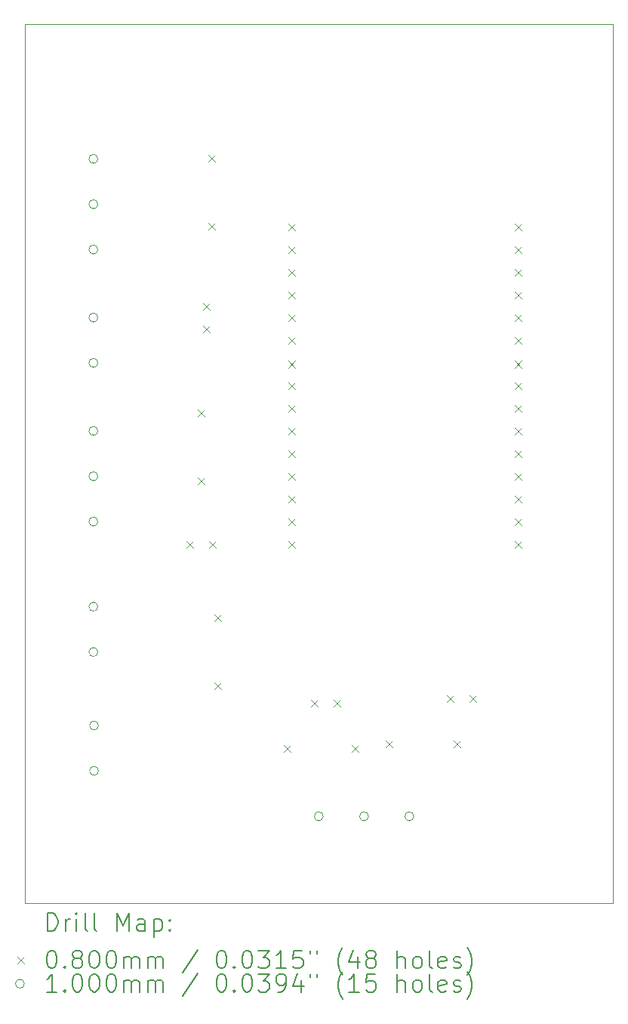
<source format=gbr>
%TF.GenerationSoftware,KiCad,Pcbnew,9.0.2*%
%TF.CreationDate,2025-07-10T18:49:31+01:00*%
%TF.ProjectId,Temperature-Controller,54656d70-6572-4617-9475-72652d436f6e,rev?*%
%TF.SameCoordinates,Original*%
%TF.FileFunction,Drillmap*%
%TF.FilePolarity,Positive*%
%FSLAX45Y45*%
G04 Gerber Fmt 4.5, Leading zero omitted, Abs format (unit mm)*
G04 Created by KiCad (PCBNEW 9.0.2) date 2025-07-10 18:49:31*
%MOMM*%
%LPD*%
G01*
G04 APERTURE LIST*
%ADD10C,0.050000*%
%ADD11C,0.200000*%
%ADD12C,0.100000*%
G04 APERTURE END LIST*
D10*
X16055000Y-13415000D02*
X16055000Y-3575000D01*
X16055000Y-3575000D02*
X16095000Y-3575000D01*
X22655000Y-3575000D02*
X22655000Y-13415000D01*
X22655000Y-13415000D02*
X16055000Y-13415000D01*
X16095000Y-3575000D02*
X22655000Y-3575000D01*
D11*
D12*
X17871000Y-9358000D02*
X17951000Y-9438000D01*
X17951000Y-9358000D02*
X17871000Y-9438000D01*
X17994000Y-7884800D02*
X18074000Y-7964800D01*
X18074000Y-7884800D02*
X17994000Y-7964800D01*
X17994000Y-8646800D02*
X18074000Y-8726800D01*
X18074000Y-8646800D02*
X17994000Y-8726800D01*
X18057500Y-6695000D02*
X18137500Y-6775000D01*
X18137500Y-6695000D02*
X18057500Y-6775000D01*
X18057500Y-6945000D02*
X18137500Y-7025000D01*
X18137500Y-6945000D02*
X18057500Y-7025000D01*
X18115000Y-5033000D02*
X18195000Y-5113000D01*
X18195000Y-5033000D02*
X18115000Y-5113000D01*
X18115000Y-5795000D02*
X18195000Y-5875000D01*
X18195000Y-5795000D02*
X18115000Y-5875000D01*
X18121000Y-9358000D02*
X18201000Y-9438000D01*
X18201000Y-9358000D02*
X18121000Y-9438000D01*
X18184500Y-10183500D02*
X18264500Y-10263500D01*
X18264500Y-10183500D02*
X18184500Y-10263500D01*
X18184500Y-10945500D02*
X18264500Y-11025500D01*
X18264500Y-10945500D02*
X18184500Y-11025500D01*
X18959200Y-11644000D02*
X19039200Y-11724000D01*
X19039200Y-11644000D02*
X18959200Y-11724000D01*
X19010000Y-5802000D02*
X19090000Y-5882000D01*
X19090000Y-5802000D02*
X19010000Y-5882000D01*
X19010000Y-6056000D02*
X19090000Y-6136000D01*
X19090000Y-6056000D02*
X19010000Y-6136000D01*
X19010000Y-6310000D02*
X19090000Y-6390000D01*
X19090000Y-6310000D02*
X19010000Y-6390000D01*
X19010000Y-6564000D02*
X19090000Y-6644000D01*
X19090000Y-6564000D02*
X19010000Y-6644000D01*
X19010000Y-6818000D02*
X19090000Y-6898000D01*
X19090000Y-6818000D02*
X19010000Y-6898000D01*
X19010000Y-7072000D02*
X19090000Y-7152000D01*
X19090000Y-7072000D02*
X19010000Y-7152000D01*
X19010000Y-7342000D02*
X19090000Y-7422000D01*
X19090000Y-7342000D02*
X19010000Y-7422000D01*
X19010000Y-7580000D02*
X19090000Y-7660000D01*
X19090000Y-7580000D02*
X19010000Y-7660000D01*
X19010000Y-7834000D02*
X19090000Y-7914000D01*
X19090000Y-7834000D02*
X19010000Y-7914000D01*
X19010000Y-8088000D02*
X19090000Y-8168000D01*
X19090000Y-8088000D02*
X19010000Y-8168000D01*
X19010000Y-8342000D02*
X19090000Y-8422000D01*
X19090000Y-8342000D02*
X19010000Y-8422000D01*
X19010000Y-8596000D02*
X19090000Y-8676000D01*
X19090000Y-8596000D02*
X19010000Y-8676000D01*
X19010000Y-8850000D02*
X19090000Y-8930000D01*
X19090000Y-8850000D02*
X19010000Y-8930000D01*
X19010000Y-9104000D02*
X19090000Y-9184000D01*
X19090000Y-9104000D02*
X19010000Y-9184000D01*
X19010000Y-9358000D02*
X19090000Y-9438000D01*
X19090000Y-9358000D02*
X19010000Y-9438000D01*
X19268000Y-11136000D02*
X19348000Y-11216000D01*
X19348000Y-11136000D02*
X19268000Y-11216000D01*
X19518000Y-11136000D02*
X19598000Y-11216000D01*
X19598000Y-11136000D02*
X19518000Y-11216000D01*
X19721200Y-11644000D02*
X19801200Y-11724000D01*
X19801200Y-11644000D02*
X19721200Y-11724000D01*
X20102200Y-11593200D02*
X20182200Y-11673200D01*
X20182200Y-11593200D02*
X20102200Y-11673200D01*
X20792000Y-11085200D02*
X20872000Y-11165200D01*
X20872000Y-11085200D02*
X20792000Y-11165200D01*
X20864200Y-11593200D02*
X20944200Y-11673200D01*
X20944200Y-11593200D02*
X20864200Y-11673200D01*
X21042000Y-11085200D02*
X21122000Y-11165200D01*
X21122000Y-11085200D02*
X21042000Y-11165200D01*
X21550000Y-5802000D02*
X21630000Y-5882000D01*
X21630000Y-5802000D02*
X21550000Y-5882000D01*
X21550000Y-6056000D02*
X21630000Y-6136000D01*
X21630000Y-6056000D02*
X21550000Y-6136000D01*
X21550000Y-6310000D02*
X21630000Y-6390000D01*
X21630000Y-6310000D02*
X21550000Y-6390000D01*
X21550000Y-6564000D02*
X21630000Y-6644000D01*
X21630000Y-6564000D02*
X21550000Y-6644000D01*
X21550000Y-6818000D02*
X21630000Y-6898000D01*
X21630000Y-6818000D02*
X21550000Y-6898000D01*
X21550000Y-7072000D02*
X21630000Y-7152000D01*
X21630000Y-7072000D02*
X21550000Y-7152000D01*
X21550000Y-7342000D02*
X21630000Y-7422000D01*
X21630000Y-7342000D02*
X21550000Y-7422000D01*
X21550000Y-7580000D02*
X21630000Y-7660000D01*
X21630000Y-7580000D02*
X21550000Y-7660000D01*
X21550000Y-7834000D02*
X21630000Y-7914000D01*
X21630000Y-7834000D02*
X21550000Y-7914000D01*
X21550000Y-8088000D02*
X21630000Y-8168000D01*
X21630000Y-8088000D02*
X21550000Y-8168000D01*
X21550000Y-8342000D02*
X21630000Y-8422000D01*
X21630000Y-8342000D02*
X21550000Y-8422000D01*
X21550000Y-8596000D02*
X21630000Y-8676000D01*
X21630000Y-8596000D02*
X21550000Y-8676000D01*
X21550000Y-8850000D02*
X21630000Y-8930000D01*
X21630000Y-8850000D02*
X21550000Y-8930000D01*
X21550000Y-9104000D02*
X21630000Y-9184000D01*
X21630000Y-9104000D02*
X21550000Y-9184000D01*
X21550000Y-9358000D02*
X21630000Y-9438000D01*
X21630000Y-9358000D02*
X21550000Y-9438000D01*
X16877500Y-5080000D02*
G75*
G02*
X16777500Y-5080000I-50000J0D01*
G01*
X16777500Y-5080000D02*
G75*
G02*
X16877500Y-5080000I50000J0D01*
G01*
X16877500Y-5588000D02*
G75*
G02*
X16777500Y-5588000I-50000J0D01*
G01*
X16777500Y-5588000D02*
G75*
G02*
X16877500Y-5588000I50000J0D01*
G01*
X16877500Y-6096000D02*
G75*
G02*
X16777500Y-6096000I-50000J0D01*
G01*
X16777500Y-6096000D02*
G75*
G02*
X16877500Y-6096000I50000J0D01*
G01*
X16877500Y-6858000D02*
G75*
G02*
X16777500Y-6858000I-50000J0D01*
G01*
X16777500Y-6858000D02*
G75*
G02*
X16877500Y-6858000I50000J0D01*
G01*
X16877500Y-7366000D02*
G75*
G02*
X16777500Y-7366000I-50000J0D01*
G01*
X16777500Y-7366000D02*
G75*
G02*
X16877500Y-7366000I50000J0D01*
G01*
X16877500Y-8128000D02*
G75*
G02*
X16777500Y-8128000I-50000J0D01*
G01*
X16777500Y-8128000D02*
G75*
G02*
X16877500Y-8128000I50000J0D01*
G01*
X16877500Y-8636000D02*
G75*
G02*
X16777500Y-8636000I-50000J0D01*
G01*
X16777500Y-8636000D02*
G75*
G02*
X16877500Y-8636000I50000J0D01*
G01*
X16877500Y-9144000D02*
G75*
G02*
X16777500Y-9144000I-50000J0D01*
G01*
X16777500Y-9144000D02*
G75*
G02*
X16877500Y-9144000I50000J0D01*
G01*
X16877500Y-10096500D02*
G75*
G02*
X16777500Y-10096500I-50000J0D01*
G01*
X16777500Y-10096500D02*
G75*
G02*
X16877500Y-10096500I50000J0D01*
G01*
X16877500Y-10604500D02*
G75*
G02*
X16777500Y-10604500I-50000J0D01*
G01*
X16777500Y-10604500D02*
G75*
G02*
X16877500Y-10604500I50000J0D01*
G01*
X16885000Y-11427000D02*
G75*
G02*
X16785000Y-11427000I-50000J0D01*
G01*
X16785000Y-11427000D02*
G75*
G02*
X16885000Y-11427000I50000J0D01*
G01*
X16885000Y-11935000D02*
G75*
G02*
X16785000Y-11935000I-50000J0D01*
G01*
X16785000Y-11935000D02*
G75*
G02*
X16885000Y-11935000I50000J0D01*
G01*
X19404800Y-12446000D02*
G75*
G02*
X19304800Y-12446000I-50000J0D01*
G01*
X19304800Y-12446000D02*
G75*
G02*
X19404800Y-12446000I50000J0D01*
G01*
X19912800Y-12446000D02*
G75*
G02*
X19812800Y-12446000I-50000J0D01*
G01*
X19812800Y-12446000D02*
G75*
G02*
X19912800Y-12446000I50000J0D01*
G01*
X20420800Y-12446000D02*
G75*
G02*
X20320800Y-12446000I-50000J0D01*
G01*
X20320800Y-12446000D02*
G75*
G02*
X20420800Y-12446000I50000J0D01*
G01*
D11*
X16313277Y-13728984D02*
X16313277Y-13528984D01*
X16313277Y-13528984D02*
X16360896Y-13528984D01*
X16360896Y-13528984D02*
X16389467Y-13538508D01*
X16389467Y-13538508D02*
X16408515Y-13557555D01*
X16408515Y-13557555D02*
X16418039Y-13576603D01*
X16418039Y-13576603D02*
X16427562Y-13614698D01*
X16427562Y-13614698D02*
X16427562Y-13643269D01*
X16427562Y-13643269D02*
X16418039Y-13681365D01*
X16418039Y-13681365D02*
X16408515Y-13700412D01*
X16408515Y-13700412D02*
X16389467Y-13719460D01*
X16389467Y-13719460D02*
X16360896Y-13728984D01*
X16360896Y-13728984D02*
X16313277Y-13728984D01*
X16513277Y-13728984D02*
X16513277Y-13595650D01*
X16513277Y-13633746D02*
X16522801Y-13614698D01*
X16522801Y-13614698D02*
X16532324Y-13605174D01*
X16532324Y-13605174D02*
X16551372Y-13595650D01*
X16551372Y-13595650D02*
X16570420Y-13595650D01*
X16637086Y-13728984D02*
X16637086Y-13595650D01*
X16637086Y-13528984D02*
X16627562Y-13538508D01*
X16627562Y-13538508D02*
X16637086Y-13548031D01*
X16637086Y-13548031D02*
X16646610Y-13538508D01*
X16646610Y-13538508D02*
X16637086Y-13528984D01*
X16637086Y-13528984D02*
X16637086Y-13548031D01*
X16760896Y-13728984D02*
X16741848Y-13719460D01*
X16741848Y-13719460D02*
X16732324Y-13700412D01*
X16732324Y-13700412D02*
X16732324Y-13528984D01*
X16865658Y-13728984D02*
X16846610Y-13719460D01*
X16846610Y-13719460D02*
X16837086Y-13700412D01*
X16837086Y-13700412D02*
X16837086Y-13528984D01*
X17094229Y-13728984D02*
X17094229Y-13528984D01*
X17094229Y-13528984D02*
X17160896Y-13671841D01*
X17160896Y-13671841D02*
X17227563Y-13528984D01*
X17227563Y-13528984D02*
X17227563Y-13728984D01*
X17408515Y-13728984D02*
X17408515Y-13624222D01*
X17408515Y-13624222D02*
X17398991Y-13605174D01*
X17398991Y-13605174D02*
X17379944Y-13595650D01*
X17379944Y-13595650D02*
X17341848Y-13595650D01*
X17341848Y-13595650D02*
X17322801Y-13605174D01*
X17408515Y-13719460D02*
X17389467Y-13728984D01*
X17389467Y-13728984D02*
X17341848Y-13728984D01*
X17341848Y-13728984D02*
X17322801Y-13719460D01*
X17322801Y-13719460D02*
X17313277Y-13700412D01*
X17313277Y-13700412D02*
X17313277Y-13681365D01*
X17313277Y-13681365D02*
X17322801Y-13662317D01*
X17322801Y-13662317D02*
X17341848Y-13652793D01*
X17341848Y-13652793D02*
X17389467Y-13652793D01*
X17389467Y-13652793D02*
X17408515Y-13643269D01*
X17503753Y-13595650D02*
X17503753Y-13795650D01*
X17503753Y-13605174D02*
X17522801Y-13595650D01*
X17522801Y-13595650D02*
X17560896Y-13595650D01*
X17560896Y-13595650D02*
X17579944Y-13605174D01*
X17579944Y-13605174D02*
X17589467Y-13614698D01*
X17589467Y-13614698D02*
X17598991Y-13633746D01*
X17598991Y-13633746D02*
X17598991Y-13690888D01*
X17598991Y-13690888D02*
X17589467Y-13709936D01*
X17589467Y-13709936D02*
X17579944Y-13719460D01*
X17579944Y-13719460D02*
X17560896Y-13728984D01*
X17560896Y-13728984D02*
X17522801Y-13728984D01*
X17522801Y-13728984D02*
X17503753Y-13719460D01*
X17684705Y-13709936D02*
X17694229Y-13719460D01*
X17694229Y-13719460D02*
X17684705Y-13728984D01*
X17684705Y-13728984D02*
X17675182Y-13719460D01*
X17675182Y-13719460D02*
X17684705Y-13709936D01*
X17684705Y-13709936D02*
X17684705Y-13728984D01*
X17684705Y-13605174D02*
X17694229Y-13614698D01*
X17694229Y-13614698D02*
X17684705Y-13624222D01*
X17684705Y-13624222D02*
X17675182Y-13614698D01*
X17675182Y-13614698D02*
X17684705Y-13605174D01*
X17684705Y-13605174D02*
X17684705Y-13624222D01*
D12*
X15972500Y-14017500D02*
X16052500Y-14097500D01*
X16052500Y-14017500D02*
X15972500Y-14097500D01*
D11*
X16351372Y-13948984D02*
X16370420Y-13948984D01*
X16370420Y-13948984D02*
X16389467Y-13958508D01*
X16389467Y-13958508D02*
X16398991Y-13968031D01*
X16398991Y-13968031D02*
X16408515Y-13987079D01*
X16408515Y-13987079D02*
X16418039Y-14025174D01*
X16418039Y-14025174D02*
X16418039Y-14072793D01*
X16418039Y-14072793D02*
X16408515Y-14110888D01*
X16408515Y-14110888D02*
X16398991Y-14129936D01*
X16398991Y-14129936D02*
X16389467Y-14139460D01*
X16389467Y-14139460D02*
X16370420Y-14148984D01*
X16370420Y-14148984D02*
X16351372Y-14148984D01*
X16351372Y-14148984D02*
X16332324Y-14139460D01*
X16332324Y-14139460D02*
X16322801Y-14129936D01*
X16322801Y-14129936D02*
X16313277Y-14110888D01*
X16313277Y-14110888D02*
X16303753Y-14072793D01*
X16303753Y-14072793D02*
X16303753Y-14025174D01*
X16303753Y-14025174D02*
X16313277Y-13987079D01*
X16313277Y-13987079D02*
X16322801Y-13968031D01*
X16322801Y-13968031D02*
X16332324Y-13958508D01*
X16332324Y-13958508D02*
X16351372Y-13948984D01*
X16503753Y-14129936D02*
X16513277Y-14139460D01*
X16513277Y-14139460D02*
X16503753Y-14148984D01*
X16503753Y-14148984D02*
X16494229Y-14139460D01*
X16494229Y-14139460D02*
X16503753Y-14129936D01*
X16503753Y-14129936D02*
X16503753Y-14148984D01*
X16627562Y-14034698D02*
X16608515Y-14025174D01*
X16608515Y-14025174D02*
X16598991Y-14015650D01*
X16598991Y-14015650D02*
X16589467Y-13996603D01*
X16589467Y-13996603D02*
X16589467Y-13987079D01*
X16589467Y-13987079D02*
X16598991Y-13968031D01*
X16598991Y-13968031D02*
X16608515Y-13958508D01*
X16608515Y-13958508D02*
X16627562Y-13948984D01*
X16627562Y-13948984D02*
X16665658Y-13948984D01*
X16665658Y-13948984D02*
X16684705Y-13958508D01*
X16684705Y-13958508D02*
X16694229Y-13968031D01*
X16694229Y-13968031D02*
X16703753Y-13987079D01*
X16703753Y-13987079D02*
X16703753Y-13996603D01*
X16703753Y-13996603D02*
X16694229Y-14015650D01*
X16694229Y-14015650D02*
X16684705Y-14025174D01*
X16684705Y-14025174D02*
X16665658Y-14034698D01*
X16665658Y-14034698D02*
X16627562Y-14034698D01*
X16627562Y-14034698D02*
X16608515Y-14044222D01*
X16608515Y-14044222D02*
X16598991Y-14053746D01*
X16598991Y-14053746D02*
X16589467Y-14072793D01*
X16589467Y-14072793D02*
X16589467Y-14110888D01*
X16589467Y-14110888D02*
X16598991Y-14129936D01*
X16598991Y-14129936D02*
X16608515Y-14139460D01*
X16608515Y-14139460D02*
X16627562Y-14148984D01*
X16627562Y-14148984D02*
X16665658Y-14148984D01*
X16665658Y-14148984D02*
X16684705Y-14139460D01*
X16684705Y-14139460D02*
X16694229Y-14129936D01*
X16694229Y-14129936D02*
X16703753Y-14110888D01*
X16703753Y-14110888D02*
X16703753Y-14072793D01*
X16703753Y-14072793D02*
X16694229Y-14053746D01*
X16694229Y-14053746D02*
X16684705Y-14044222D01*
X16684705Y-14044222D02*
X16665658Y-14034698D01*
X16827563Y-13948984D02*
X16846610Y-13948984D01*
X16846610Y-13948984D02*
X16865658Y-13958508D01*
X16865658Y-13958508D02*
X16875182Y-13968031D01*
X16875182Y-13968031D02*
X16884705Y-13987079D01*
X16884705Y-13987079D02*
X16894229Y-14025174D01*
X16894229Y-14025174D02*
X16894229Y-14072793D01*
X16894229Y-14072793D02*
X16884705Y-14110888D01*
X16884705Y-14110888D02*
X16875182Y-14129936D01*
X16875182Y-14129936D02*
X16865658Y-14139460D01*
X16865658Y-14139460D02*
X16846610Y-14148984D01*
X16846610Y-14148984D02*
X16827563Y-14148984D01*
X16827563Y-14148984D02*
X16808515Y-14139460D01*
X16808515Y-14139460D02*
X16798991Y-14129936D01*
X16798991Y-14129936D02*
X16789467Y-14110888D01*
X16789467Y-14110888D02*
X16779944Y-14072793D01*
X16779944Y-14072793D02*
X16779944Y-14025174D01*
X16779944Y-14025174D02*
X16789467Y-13987079D01*
X16789467Y-13987079D02*
X16798991Y-13968031D01*
X16798991Y-13968031D02*
X16808515Y-13958508D01*
X16808515Y-13958508D02*
X16827563Y-13948984D01*
X17018039Y-13948984D02*
X17037086Y-13948984D01*
X17037086Y-13948984D02*
X17056134Y-13958508D01*
X17056134Y-13958508D02*
X17065658Y-13968031D01*
X17065658Y-13968031D02*
X17075182Y-13987079D01*
X17075182Y-13987079D02*
X17084705Y-14025174D01*
X17084705Y-14025174D02*
X17084705Y-14072793D01*
X17084705Y-14072793D02*
X17075182Y-14110888D01*
X17075182Y-14110888D02*
X17065658Y-14129936D01*
X17065658Y-14129936D02*
X17056134Y-14139460D01*
X17056134Y-14139460D02*
X17037086Y-14148984D01*
X17037086Y-14148984D02*
X17018039Y-14148984D01*
X17018039Y-14148984D02*
X16998991Y-14139460D01*
X16998991Y-14139460D02*
X16989467Y-14129936D01*
X16989467Y-14129936D02*
X16979944Y-14110888D01*
X16979944Y-14110888D02*
X16970420Y-14072793D01*
X16970420Y-14072793D02*
X16970420Y-14025174D01*
X16970420Y-14025174D02*
X16979944Y-13987079D01*
X16979944Y-13987079D02*
X16989467Y-13968031D01*
X16989467Y-13968031D02*
X16998991Y-13958508D01*
X16998991Y-13958508D02*
X17018039Y-13948984D01*
X17170420Y-14148984D02*
X17170420Y-14015650D01*
X17170420Y-14034698D02*
X17179944Y-14025174D01*
X17179944Y-14025174D02*
X17198991Y-14015650D01*
X17198991Y-14015650D02*
X17227563Y-14015650D01*
X17227563Y-14015650D02*
X17246610Y-14025174D01*
X17246610Y-14025174D02*
X17256134Y-14044222D01*
X17256134Y-14044222D02*
X17256134Y-14148984D01*
X17256134Y-14044222D02*
X17265658Y-14025174D01*
X17265658Y-14025174D02*
X17284705Y-14015650D01*
X17284705Y-14015650D02*
X17313277Y-14015650D01*
X17313277Y-14015650D02*
X17332325Y-14025174D01*
X17332325Y-14025174D02*
X17341848Y-14044222D01*
X17341848Y-14044222D02*
X17341848Y-14148984D01*
X17437086Y-14148984D02*
X17437086Y-14015650D01*
X17437086Y-14034698D02*
X17446610Y-14025174D01*
X17446610Y-14025174D02*
X17465658Y-14015650D01*
X17465658Y-14015650D02*
X17494229Y-14015650D01*
X17494229Y-14015650D02*
X17513277Y-14025174D01*
X17513277Y-14025174D02*
X17522801Y-14044222D01*
X17522801Y-14044222D02*
X17522801Y-14148984D01*
X17522801Y-14044222D02*
X17532325Y-14025174D01*
X17532325Y-14025174D02*
X17551372Y-14015650D01*
X17551372Y-14015650D02*
X17579944Y-14015650D01*
X17579944Y-14015650D02*
X17598991Y-14025174D01*
X17598991Y-14025174D02*
X17608515Y-14044222D01*
X17608515Y-14044222D02*
X17608515Y-14148984D01*
X17998991Y-13939460D02*
X17827563Y-14196603D01*
X18256134Y-13948984D02*
X18275182Y-13948984D01*
X18275182Y-13948984D02*
X18294229Y-13958508D01*
X18294229Y-13958508D02*
X18303753Y-13968031D01*
X18303753Y-13968031D02*
X18313277Y-13987079D01*
X18313277Y-13987079D02*
X18322801Y-14025174D01*
X18322801Y-14025174D02*
X18322801Y-14072793D01*
X18322801Y-14072793D02*
X18313277Y-14110888D01*
X18313277Y-14110888D02*
X18303753Y-14129936D01*
X18303753Y-14129936D02*
X18294229Y-14139460D01*
X18294229Y-14139460D02*
X18275182Y-14148984D01*
X18275182Y-14148984D02*
X18256134Y-14148984D01*
X18256134Y-14148984D02*
X18237087Y-14139460D01*
X18237087Y-14139460D02*
X18227563Y-14129936D01*
X18227563Y-14129936D02*
X18218039Y-14110888D01*
X18218039Y-14110888D02*
X18208515Y-14072793D01*
X18208515Y-14072793D02*
X18208515Y-14025174D01*
X18208515Y-14025174D02*
X18218039Y-13987079D01*
X18218039Y-13987079D02*
X18227563Y-13968031D01*
X18227563Y-13968031D02*
X18237087Y-13958508D01*
X18237087Y-13958508D02*
X18256134Y-13948984D01*
X18408515Y-14129936D02*
X18418039Y-14139460D01*
X18418039Y-14139460D02*
X18408515Y-14148984D01*
X18408515Y-14148984D02*
X18398991Y-14139460D01*
X18398991Y-14139460D02*
X18408515Y-14129936D01*
X18408515Y-14129936D02*
X18408515Y-14148984D01*
X18541848Y-13948984D02*
X18560896Y-13948984D01*
X18560896Y-13948984D02*
X18579944Y-13958508D01*
X18579944Y-13958508D02*
X18589468Y-13968031D01*
X18589468Y-13968031D02*
X18598991Y-13987079D01*
X18598991Y-13987079D02*
X18608515Y-14025174D01*
X18608515Y-14025174D02*
X18608515Y-14072793D01*
X18608515Y-14072793D02*
X18598991Y-14110888D01*
X18598991Y-14110888D02*
X18589468Y-14129936D01*
X18589468Y-14129936D02*
X18579944Y-14139460D01*
X18579944Y-14139460D02*
X18560896Y-14148984D01*
X18560896Y-14148984D02*
X18541848Y-14148984D01*
X18541848Y-14148984D02*
X18522801Y-14139460D01*
X18522801Y-14139460D02*
X18513277Y-14129936D01*
X18513277Y-14129936D02*
X18503753Y-14110888D01*
X18503753Y-14110888D02*
X18494229Y-14072793D01*
X18494229Y-14072793D02*
X18494229Y-14025174D01*
X18494229Y-14025174D02*
X18503753Y-13987079D01*
X18503753Y-13987079D02*
X18513277Y-13968031D01*
X18513277Y-13968031D02*
X18522801Y-13958508D01*
X18522801Y-13958508D02*
X18541848Y-13948984D01*
X18675182Y-13948984D02*
X18798991Y-13948984D01*
X18798991Y-13948984D02*
X18732325Y-14025174D01*
X18732325Y-14025174D02*
X18760896Y-14025174D01*
X18760896Y-14025174D02*
X18779944Y-14034698D01*
X18779944Y-14034698D02*
X18789468Y-14044222D01*
X18789468Y-14044222D02*
X18798991Y-14063269D01*
X18798991Y-14063269D02*
X18798991Y-14110888D01*
X18798991Y-14110888D02*
X18789468Y-14129936D01*
X18789468Y-14129936D02*
X18779944Y-14139460D01*
X18779944Y-14139460D02*
X18760896Y-14148984D01*
X18760896Y-14148984D02*
X18703753Y-14148984D01*
X18703753Y-14148984D02*
X18684706Y-14139460D01*
X18684706Y-14139460D02*
X18675182Y-14129936D01*
X18989468Y-14148984D02*
X18875182Y-14148984D01*
X18932325Y-14148984D02*
X18932325Y-13948984D01*
X18932325Y-13948984D02*
X18913277Y-13977555D01*
X18913277Y-13977555D02*
X18894229Y-13996603D01*
X18894229Y-13996603D02*
X18875182Y-14006127D01*
X19170420Y-13948984D02*
X19075182Y-13948984D01*
X19075182Y-13948984D02*
X19065658Y-14044222D01*
X19065658Y-14044222D02*
X19075182Y-14034698D01*
X19075182Y-14034698D02*
X19094229Y-14025174D01*
X19094229Y-14025174D02*
X19141849Y-14025174D01*
X19141849Y-14025174D02*
X19160896Y-14034698D01*
X19160896Y-14034698D02*
X19170420Y-14044222D01*
X19170420Y-14044222D02*
X19179944Y-14063269D01*
X19179944Y-14063269D02*
X19179944Y-14110888D01*
X19179944Y-14110888D02*
X19170420Y-14129936D01*
X19170420Y-14129936D02*
X19160896Y-14139460D01*
X19160896Y-14139460D02*
X19141849Y-14148984D01*
X19141849Y-14148984D02*
X19094229Y-14148984D01*
X19094229Y-14148984D02*
X19075182Y-14139460D01*
X19075182Y-14139460D02*
X19065658Y-14129936D01*
X19256134Y-13948984D02*
X19256134Y-13987079D01*
X19332325Y-13948984D02*
X19332325Y-13987079D01*
X19627563Y-14225174D02*
X19618039Y-14215650D01*
X19618039Y-14215650D02*
X19598991Y-14187079D01*
X19598991Y-14187079D02*
X19589468Y-14168031D01*
X19589468Y-14168031D02*
X19579944Y-14139460D01*
X19579944Y-14139460D02*
X19570420Y-14091841D01*
X19570420Y-14091841D02*
X19570420Y-14053746D01*
X19570420Y-14053746D02*
X19579944Y-14006127D01*
X19579944Y-14006127D02*
X19589468Y-13977555D01*
X19589468Y-13977555D02*
X19598991Y-13958508D01*
X19598991Y-13958508D02*
X19618039Y-13929936D01*
X19618039Y-13929936D02*
X19627563Y-13920412D01*
X19789468Y-14015650D02*
X19789468Y-14148984D01*
X19741849Y-13939460D02*
X19694230Y-14082317D01*
X19694230Y-14082317D02*
X19818039Y-14082317D01*
X19922801Y-14034698D02*
X19903753Y-14025174D01*
X19903753Y-14025174D02*
X19894230Y-14015650D01*
X19894230Y-14015650D02*
X19884706Y-13996603D01*
X19884706Y-13996603D02*
X19884706Y-13987079D01*
X19884706Y-13987079D02*
X19894230Y-13968031D01*
X19894230Y-13968031D02*
X19903753Y-13958508D01*
X19903753Y-13958508D02*
X19922801Y-13948984D01*
X19922801Y-13948984D02*
X19960896Y-13948984D01*
X19960896Y-13948984D02*
X19979944Y-13958508D01*
X19979944Y-13958508D02*
X19989468Y-13968031D01*
X19989468Y-13968031D02*
X19998991Y-13987079D01*
X19998991Y-13987079D02*
X19998991Y-13996603D01*
X19998991Y-13996603D02*
X19989468Y-14015650D01*
X19989468Y-14015650D02*
X19979944Y-14025174D01*
X19979944Y-14025174D02*
X19960896Y-14034698D01*
X19960896Y-14034698D02*
X19922801Y-14034698D01*
X19922801Y-14034698D02*
X19903753Y-14044222D01*
X19903753Y-14044222D02*
X19894230Y-14053746D01*
X19894230Y-14053746D02*
X19884706Y-14072793D01*
X19884706Y-14072793D02*
X19884706Y-14110888D01*
X19884706Y-14110888D02*
X19894230Y-14129936D01*
X19894230Y-14129936D02*
X19903753Y-14139460D01*
X19903753Y-14139460D02*
X19922801Y-14148984D01*
X19922801Y-14148984D02*
X19960896Y-14148984D01*
X19960896Y-14148984D02*
X19979944Y-14139460D01*
X19979944Y-14139460D02*
X19989468Y-14129936D01*
X19989468Y-14129936D02*
X19998991Y-14110888D01*
X19998991Y-14110888D02*
X19998991Y-14072793D01*
X19998991Y-14072793D02*
X19989468Y-14053746D01*
X19989468Y-14053746D02*
X19979944Y-14044222D01*
X19979944Y-14044222D02*
X19960896Y-14034698D01*
X20237087Y-14148984D02*
X20237087Y-13948984D01*
X20322801Y-14148984D02*
X20322801Y-14044222D01*
X20322801Y-14044222D02*
X20313277Y-14025174D01*
X20313277Y-14025174D02*
X20294230Y-14015650D01*
X20294230Y-14015650D02*
X20265658Y-14015650D01*
X20265658Y-14015650D02*
X20246611Y-14025174D01*
X20246611Y-14025174D02*
X20237087Y-14034698D01*
X20446611Y-14148984D02*
X20427563Y-14139460D01*
X20427563Y-14139460D02*
X20418039Y-14129936D01*
X20418039Y-14129936D02*
X20408515Y-14110888D01*
X20408515Y-14110888D02*
X20408515Y-14053746D01*
X20408515Y-14053746D02*
X20418039Y-14034698D01*
X20418039Y-14034698D02*
X20427563Y-14025174D01*
X20427563Y-14025174D02*
X20446611Y-14015650D01*
X20446611Y-14015650D02*
X20475182Y-14015650D01*
X20475182Y-14015650D02*
X20494230Y-14025174D01*
X20494230Y-14025174D02*
X20503753Y-14034698D01*
X20503753Y-14034698D02*
X20513277Y-14053746D01*
X20513277Y-14053746D02*
X20513277Y-14110888D01*
X20513277Y-14110888D02*
X20503753Y-14129936D01*
X20503753Y-14129936D02*
X20494230Y-14139460D01*
X20494230Y-14139460D02*
X20475182Y-14148984D01*
X20475182Y-14148984D02*
X20446611Y-14148984D01*
X20627563Y-14148984D02*
X20608515Y-14139460D01*
X20608515Y-14139460D02*
X20598992Y-14120412D01*
X20598992Y-14120412D02*
X20598992Y-13948984D01*
X20779944Y-14139460D02*
X20760896Y-14148984D01*
X20760896Y-14148984D02*
X20722801Y-14148984D01*
X20722801Y-14148984D02*
X20703753Y-14139460D01*
X20703753Y-14139460D02*
X20694230Y-14120412D01*
X20694230Y-14120412D02*
X20694230Y-14044222D01*
X20694230Y-14044222D02*
X20703753Y-14025174D01*
X20703753Y-14025174D02*
X20722801Y-14015650D01*
X20722801Y-14015650D02*
X20760896Y-14015650D01*
X20760896Y-14015650D02*
X20779944Y-14025174D01*
X20779944Y-14025174D02*
X20789468Y-14044222D01*
X20789468Y-14044222D02*
X20789468Y-14063269D01*
X20789468Y-14063269D02*
X20694230Y-14082317D01*
X20865658Y-14139460D02*
X20884706Y-14148984D01*
X20884706Y-14148984D02*
X20922801Y-14148984D01*
X20922801Y-14148984D02*
X20941849Y-14139460D01*
X20941849Y-14139460D02*
X20951373Y-14120412D01*
X20951373Y-14120412D02*
X20951373Y-14110888D01*
X20951373Y-14110888D02*
X20941849Y-14091841D01*
X20941849Y-14091841D02*
X20922801Y-14082317D01*
X20922801Y-14082317D02*
X20894230Y-14082317D01*
X20894230Y-14082317D02*
X20875182Y-14072793D01*
X20875182Y-14072793D02*
X20865658Y-14053746D01*
X20865658Y-14053746D02*
X20865658Y-14044222D01*
X20865658Y-14044222D02*
X20875182Y-14025174D01*
X20875182Y-14025174D02*
X20894230Y-14015650D01*
X20894230Y-14015650D02*
X20922801Y-14015650D01*
X20922801Y-14015650D02*
X20941849Y-14025174D01*
X21018039Y-14225174D02*
X21027563Y-14215650D01*
X21027563Y-14215650D02*
X21046611Y-14187079D01*
X21046611Y-14187079D02*
X21056134Y-14168031D01*
X21056134Y-14168031D02*
X21065658Y-14139460D01*
X21065658Y-14139460D02*
X21075182Y-14091841D01*
X21075182Y-14091841D02*
X21075182Y-14053746D01*
X21075182Y-14053746D02*
X21065658Y-14006127D01*
X21065658Y-14006127D02*
X21056134Y-13977555D01*
X21056134Y-13977555D02*
X21046611Y-13958508D01*
X21046611Y-13958508D02*
X21027563Y-13929936D01*
X21027563Y-13929936D02*
X21018039Y-13920412D01*
D12*
X16052500Y-14321500D02*
G75*
G02*
X15952500Y-14321500I-50000J0D01*
G01*
X15952500Y-14321500D02*
G75*
G02*
X16052500Y-14321500I50000J0D01*
G01*
D11*
X16418039Y-14412984D02*
X16303753Y-14412984D01*
X16360896Y-14412984D02*
X16360896Y-14212984D01*
X16360896Y-14212984D02*
X16341848Y-14241555D01*
X16341848Y-14241555D02*
X16322801Y-14260603D01*
X16322801Y-14260603D02*
X16303753Y-14270127D01*
X16503753Y-14393936D02*
X16513277Y-14403460D01*
X16513277Y-14403460D02*
X16503753Y-14412984D01*
X16503753Y-14412984D02*
X16494229Y-14403460D01*
X16494229Y-14403460D02*
X16503753Y-14393936D01*
X16503753Y-14393936D02*
X16503753Y-14412984D01*
X16637086Y-14212984D02*
X16656134Y-14212984D01*
X16656134Y-14212984D02*
X16675182Y-14222508D01*
X16675182Y-14222508D02*
X16684705Y-14232031D01*
X16684705Y-14232031D02*
X16694229Y-14251079D01*
X16694229Y-14251079D02*
X16703753Y-14289174D01*
X16703753Y-14289174D02*
X16703753Y-14336793D01*
X16703753Y-14336793D02*
X16694229Y-14374888D01*
X16694229Y-14374888D02*
X16684705Y-14393936D01*
X16684705Y-14393936D02*
X16675182Y-14403460D01*
X16675182Y-14403460D02*
X16656134Y-14412984D01*
X16656134Y-14412984D02*
X16637086Y-14412984D01*
X16637086Y-14412984D02*
X16618039Y-14403460D01*
X16618039Y-14403460D02*
X16608515Y-14393936D01*
X16608515Y-14393936D02*
X16598991Y-14374888D01*
X16598991Y-14374888D02*
X16589467Y-14336793D01*
X16589467Y-14336793D02*
X16589467Y-14289174D01*
X16589467Y-14289174D02*
X16598991Y-14251079D01*
X16598991Y-14251079D02*
X16608515Y-14232031D01*
X16608515Y-14232031D02*
X16618039Y-14222508D01*
X16618039Y-14222508D02*
X16637086Y-14212984D01*
X16827563Y-14212984D02*
X16846610Y-14212984D01*
X16846610Y-14212984D02*
X16865658Y-14222508D01*
X16865658Y-14222508D02*
X16875182Y-14232031D01*
X16875182Y-14232031D02*
X16884705Y-14251079D01*
X16884705Y-14251079D02*
X16894229Y-14289174D01*
X16894229Y-14289174D02*
X16894229Y-14336793D01*
X16894229Y-14336793D02*
X16884705Y-14374888D01*
X16884705Y-14374888D02*
X16875182Y-14393936D01*
X16875182Y-14393936D02*
X16865658Y-14403460D01*
X16865658Y-14403460D02*
X16846610Y-14412984D01*
X16846610Y-14412984D02*
X16827563Y-14412984D01*
X16827563Y-14412984D02*
X16808515Y-14403460D01*
X16808515Y-14403460D02*
X16798991Y-14393936D01*
X16798991Y-14393936D02*
X16789467Y-14374888D01*
X16789467Y-14374888D02*
X16779944Y-14336793D01*
X16779944Y-14336793D02*
X16779944Y-14289174D01*
X16779944Y-14289174D02*
X16789467Y-14251079D01*
X16789467Y-14251079D02*
X16798991Y-14232031D01*
X16798991Y-14232031D02*
X16808515Y-14222508D01*
X16808515Y-14222508D02*
X16827563Y-14212984D01*
X17018039Y-14212984D02*
X17037086Y-14212984D01*
X17037086Y-14212984D02*
X17056134Y-14222508D01*
X17056134Y-14222508D02*
X17065658Y-14232031D01*
X17065658Y-14232031D02*
X17075182Y-14251079D01*
X17075182Y-14251079D02*
X17084705Y-14289174D01*
X17084705Y-14289174D02*
X17084705Y-14336793D01*
X17084705Y-14336793D02*
X17075182Y-14374888D01*
X17075182Y-14374888D02*
X17065658Y-14393936D01*
X17065658Y-14393936D02*
X17056134Y-14403460D01*
X17056134Y-14403460D02*
X17037086Y-14412984D01*
X17037086Y-14412984D02*
X17018039Y-14412984D01*
X17018039Y-14412984D02*
X16998991Y-14403460D01*
X16998991Y-14403460D02*
X16989467Y-14393936D01*
X16989467Y-14393936D02*
X16979944Y-14374888D01*
X16979944Y-14374888D02*
X16970420Y-14336793D01*
X16970420Y-14336793D02*
X16970420Y-14289174D01*
X16970420Y-14289174D02*
X16979944Y-14251079D01*
X16979944Y-14251079D02*
X16989467Y-14232031D01*
X16989467Y-14232031D02*
X16998991Y-14222508D01*
X16998991Y-14222508D02*
X17018039Y-14212984D01*
X17170420Y-14412984D02*
X17170420Y-14279650D01*
X17170420Y-14298698D02*
X17179944Y-14289174D01*
X17179944Y-14289174D02*
X17198991Y-14279650D01*
X17198991Y-14279650D02*
X17227563Y-14279650D01*
X17227563Y-14279650D02*
X17246610Y-14289174D01*
X17246610Y-14289174D02*
X17256134Y-14308222D01*
X17256134Y-14308222D02*
X17256134Y-14412984D01*
X17256134Y-14308222D02*
X17265658Y-14289174D01*
X17265658Y-14289174D02*
X17284705Y-14279650D01*
X17284705Y-14279650D02*
X17313277Y-14279650D01*
X17313277Y-14279650D02*
X17332325Y-14289174D01*
X17332325Y-14289174D02*
X17341848Y-14308222D01*
X17341848Y-14308222D02*
X17341848Y-14412984D01*
X17437086Y-14412984D02*
X17437086Y-14279650D01*
X17437086Y-14298698D02*
X17446610Y-14289174D01*
X17446610Y-14289174D02*
X17465658Y-14279650D01*
X17465658Y-14279650D02*
X17494229Y-14279650D01*
X17494229Y-14279650D02*
X17513277Y-14289174D01*
X17513277Y-14289174D02*
X17522801Y-14308222D01*
X17522801Y-14308222D02*
X17522801Y-14412984D01*
X17522801Y-14308222D02*
X17532325Y-14289174D01*
X17532325Y-14289174D02*
X17551372Y-14279650D01*
X17551372Y-14279650D02*
X17579944Y-14279650D01*
X17579944Y-14279650D02*
X17598991Y-14289174D01*
X17598991Y-14289174D02*
X17608515Y-14308222D01*
X17608515Y-14308222D02*
X17608515Y-14412984D01*
X17998991Y-14203460D02*
X17827563Y-14460603D01*
X18256134Y-14212984D02*
X18275182Y-14212984D01*
X18275182Y-14212984D02*
X18294229Y-14222508D01*
X18294229Y-14222508D02*
X18303753Y-14232031D01*
X18303753Y-14232031D02*
X18313277Y-14251079D01*
X18313277Y-14251079D02*
X18322801Y-14289174D01*
X18322801Y-14289174D02*
X18322801Y-14336793D01*
X18322801Y-14336793D02*
X18313277Y-14374888D01*
X18313277Y-14374888D02*
X18303753Y-14393936D01*
X18303753Y-14393936D02*
X18294229Y-14403460D01*
X18294229Y-14403460D02*
X18275182Y-14412984D01*
X18275182Y-14412984D02*
X18256134Y-14412984D01*
X18256134Y-14412984D02*
X18237087Y-14403460D01*
X18237087Y-14403460D02*
X18227563Y-14393936D01*
X18227563Y-14393936D02*
X18218039Y-14374888D01*
X18218039Y-14374888D02*
X18208515Y-14336793D01*
X18208515Y-14336793D02*
X18208515Y-14289174D01*
X18208515Y-14289174D02*
X18218039Y-14251079D01*
X18218039Y-14251079D02*
X18227563Y-14232031D01*
X18227563Y-14232031D02*
X18237087Y-14222508D01*
X18237087Y-14222508D02*
X18256134Y-14212984D01*
X18408515Y-14393936D02*
X18418039Y-14403460D01*
X18418039Y-14403460D02*
X18408515Y-14412984D01*
X18408515Y-14412984D02*
X18398991Y-14403460D01*
X18398991Y-14403460D02*
X18408515Y-14393936D01*
X18408515Y-14393936D02*
X18408515Y-14412984D01*
X18541848Y-14212984D02*
X18560896Y-14212984D01*
X18560896Y-14212984D02*
X18579944Y-14222508D01*
X18579944Y-14222508D02*
X18589468Y-14232031D01*
X18589468Y-14232031D02*
X18598991Y-14251079D01*
X18598991Y-14251079D02*
X18608515Y-14289174D01*
X18608515Y-14289174D02*
X18608515Y-14336793D01*
X18608515Y-14336793D02*
X18598991Y-14374888D01*
X18598991Y-14374888D02*
X18589468Y-14393936D01*
X18589468Y-14393936D02*
X18579944Y-14403460D01*
X18579944Y-14403460D02*
X18560896Y-14412984D01*
X18560896Y-14412984D02*
X18541848Y-14412984D01*
X18541848Y-14412984D02*
X18522801Y-14403460D01*
X18522801Y-14403460D02*
X18513277Y-14393936D01*
X18513277Y-14393936D02*
X18503753Y-14374888D01*
X18503753Y-14374888D02*
X18494229Y-14336793D01*
X18494229Y-14336793D02*
X18494229Y-14289174D01*
X18494229Y-14289174D02*
X18503753Y-14251079D01*
X18503753Y-14251079D02*
X18513277Y-14232031D01*
X18513277Y-14232031D02*
X18522801Y-14222508D01*
X18522801Y-14222508D02*
X18541848Y-14212984D01*
X18675182Y-14212984D02*
X18798991Y-14212984D01*
X18798991Y-14212984D02*
X18732325Y-14289174D01*
X18732325Y-14289174D02*
X18760896Y-14289174D01*
X18760896Y-14289174D02*
X18779944Y-14298698D01*
X18779944Y-14298698D02*
X18789468Y-14308222D01*
X18789468Y-14308222D02*
X18798991Y-14327269D01*
X18798991Y-14327269D02*
X18798991Y-14374888D01*
X18798991Y-14374888D02*
X18789468Y-14393936D01*
X18789468Y-14393936D02*
X18779944Y-14403460D01*
X18779944Y-14403460D02*
X18760896Y-14412984D01*
X18760896Y-14412984D02*
X18703753Y-14412984D01*
X18703753Y-14412984D02*
X18684706Y-14403460D01*
X18684706Y-14403460D02*
X18675182Y-14393936D01*
X18894229Y-14412984D02*
X18932325Y-14412984D01*
X18932325Y-14412984D02*
X18951372Y-14403460D01*
X18951372Y-14403460D02*
X18960896Y-14393936D01*
X18960896Y-14393936D02*
X18979944Y-14365365D01*
X18979944Y-14365365D02*
X18989468Y-14327269D01*
X18989468Y-14327269D02*
X18989468Y-14251079D01*
X18989468Y-14251079D02*
X18979944Y-14232031D01*
X18979944Y-14232031D02*
X18970420Y-14222508D01*
X18970420Y-14222508D02*
X18951372Y-14212984D01*
X18951372Y-14212984D02*
X18913277Y-14212984D01*
X18913277Y-14212984D02*
X18894229Y-14222508D01*
X18894229Y-14222508D02*
X18884706Y-14232031D01*
X18884706Y-14232031D02*
X18875182Y-14251079D01*
X18875182Y-14251079D02*
X18875182Y-14298698D01*
X18875182Y-14298698D02*
X18884706Y-14317746D01*
X18884706Y-14317746D02*
X18894229Y-14327269D01*
X18894229Y-14327269D02*
X18913277Y-14336793D01*
X18913277Y-14336793D02*
X18951372Y-14336793D01*
X18951372Y-14336793D02*
X18970420Y-14327269D01*
X18970420Y-14327269D02*
X18979944Y-14317746D01*
X18979944Y-14317746D02*
X18989468Y-14298698D01*
X19160896Y-14279650D02*
X19160896Y-14412984D01*
X19113277Y-14203460D02*
X19065658Y-14346317D01*
X19065658Y-14346317D02*
X19189468Y-14346317D01*
X19256134Y-14212984D02*
X19256134Y-14251079D01*
X19332325Y-14212984D02*
X19332325Y-14251079D01*
X19627563Y-14489174D02*
X19618039Y-14479650D01*
X19618039Y-14479650D02*
X19598991Y-14451079D01*
X19598991Y-14451079D02*
X19589468Y-14432031D01*
X19589468Y-14432031D02*
X19579944Y-14403460D01*
X19579944Y-14403460D02*
X19570420Y-14355841D01*
X19570420Y-14355841D02*
X19570420Y-14317746D01*
X19570420Y-14317746D02*
X19579944Y-14270127D01*
X19579944Y-14270127D02*
X19589468Y-14241555D01*
X19589468Y-14241555D02*
X19598991Y-14222508D01*
X19598991Y-14222508D02*
X19618039Y-14193936D01*
X19618039Y-14193936D02*
X19627563Y-14184412D01*
X19808515Y-14412984D02*
X19694230Y-14412984D01*
X19751372Y-14412984D02*
X19751372Y-14212984D01*
X19751372Y-14212984D02*
X19732325Y-14241555D01*
X19732325Y-14241555D02*
X19713277Y-14260603D01*
X19713277Y-14260603D02*
X19694230Y-14270127D01*
X19989468Y-14212984D02*
X19894230Y-14212984D01*
X19894230Y-14212984D02*
X19884706Y-14308222D01*
X19884706Y-14308222D02*
X19894230Y-14298698D01*
X19894230Y-14298698D02*
X19913277Y-14289174D01*
X19913277Y-14289174D02*
X19960896Y-14289174D01*
X19960896Y-14289174D02*
X19979944Y-14298698D01*
X19979944Y-14298698D02*
X19989468Y-14308222D01*
X19989468Y-14308222D02*
X19998991Y-14327269D01*
X19998991Y-14327269D02*
X19998991Y-14374888D01*
X19998991Y-14374888D02*
X19989468Y-14393936D01*
X19989468Y-14393936D02*
X19979944Y-14403460D01*
X19979944Y-14403460D02*
X19960896Y-14412984D01*
X19960896Y-14412984D02*
X19913277Y-14412984D01*
X19913277Y-14412984D02*
X19894230Y-14403460D01*
X19894230Y-14403460D02*
X19884706Y-14393936D01*
X20237087Y-14412984D02*
X20237087Y-14212984D01*
X20322801Y-14412984D02*
X20322801Y-14308222D01*
X20322801Y-14308222D02*
X20313277Y-14289174D01*
X20313277Y-14289174D02*
X20294230Y-14279650D01*
X20294230Y-14279650D02*
X20265658Y-14279650D01*
X20265658Y-14279650D02*
X20246611Y-14289174D01*
X20246611Y-14289174D02*
X20237087Y-14298698D01*
X20446611Y-14412984D02*
X20427563Y-14403460D01*
X20427563Y-14403460D02*
X20418039Y-14393936D01*
X20418039Y-14393936D02*
X20408515Y-14374888D01*
X20408515Y-14374888D02*
X20408515Y-14317746D01*
X20408515Y-14317746D02*
X20418039Y-14298698D01*
X20418039Y-14298698D02*
X20427563Y-14289174D01*
X20427563Y-14289174D02*
X20446611Y-14279650D01*
X20446611Y-14279650D02*
X20475182Y-14279650D01*
X20475182Y-14279650D02*
X20494230Y-14289174D01*
X20494230Y-14289174D02*
X20503753Y-14298698D01*
X20503753Y-14298698D02*
X20513277Y-14317746D01*
X20513277Y-14317746D02*
X20513277Y-14374888D01*
X20513277Y-14374888D02*
X20503753Y-14393936D01*
X20503753Y-14393936D02*
X20494230Y-14403460D01*
X20494230Y-14403460D02*
X20475182Y-14412984D01*
X20475182Y-14412984D02*
X20446611Y-14412984D01*
X20627563Y-14412984D02*
X20608515Y-14403460D01*
X20608515Y-14403460D02*
X20598992Y-14384412D01*
X20598992Y-14384412D02*
X20598992Y-14212984D01*
X20779944Y-14403460D02*
X20760896Y-14412984D01*
X20760896Y-14412984D02*
X20722801Y-14412984D01*
X20722801Y-14412984D02*
X20703753Y-14403460D01*
X20703753Y-14403460D02*
X20694230Y-14384412D01*
X20694230Y-14384412D02*
X20694230Y-14308222D01*
X20694230Y-14308222D02*
X20703753Y-14289174D01*
X20703753Y-14289174D02*
X20722801Y-14279650D01*
X20722801Y-14279650D02*
X20760896Y-14279650D01*
X20760896Y-14279650D02*
X20779944Y-14289174D01*
X20779944Y-14289174D02*
X20789468Y-14308222D01*
X20789468Y-14308222D02*
X20789468Y-14327269D01*
X20789468Y-14327269D02*
X20694230Y-14346317D01*
X20865658Y-14403460D02*
X20884706Y-14412984D01*
X20884706Y-14412984D02*
X20922801Y-14412984D01*
X20922801Y-14412984D02*
X20941849Y-14403460D01*
X20941849Y-14403460D02*
X20951373Y-14384412D01*
X20951373Y-14384412D02*
X20951373Y-14374888D01*
X20951373Y-14374888D02*
X20941849Y-14355841D01*
X20941849Y-14355841D02*
X20922801Y-14346317D01*
X20922801Y-14346317D02*
X20894230Y-14346317D01*
X20894230Y-14346317D02*
X20875182Y-14336793D01*
X20875182Y-14336793D02*
X20865658Y-14317746D01*
X20865658Y-14317746D02*
X20865658Y-14308222D01*
X20865658Y-14308222D02*
X20875182Y-14289174D01*
X20875182Y-14289174D02*
X20894230Y-14279650D01*
X20894230Y-14279650D02*
X20922801Y-14279650D01*
X20922801Y-14279650D02*
X20941849Y-14289174D01*
X21018039Y-14489174D02*
X21027563Y-14479650D01*
X21027563Y-14479650D02*
X21046611Y-14451079D01*
X21046611Y-14451079D02*
X21056134Y-14432031D01*
X21056134Y-14432031D02*
X21065658Y-14403460D01*
X21065658Y-14403460D02*
X21075182Y-14355841D01*
X21075182Y-14355841D02*
X21075182Y-14317746D01*
X21075182Y-14317746D02*
X21065658Y-14270127D01*
X21065658Y-14270127D02*
X21056134Y-14241555D01*
X21056134Y-14241555D02*
X21046611Y-14222508D01*
X21046611Y-14222508D02*
X21027563Y-14193936D01*
X21027563Y-14193936D02*
X21018039Y-14184412D01*
M02*

</source>
